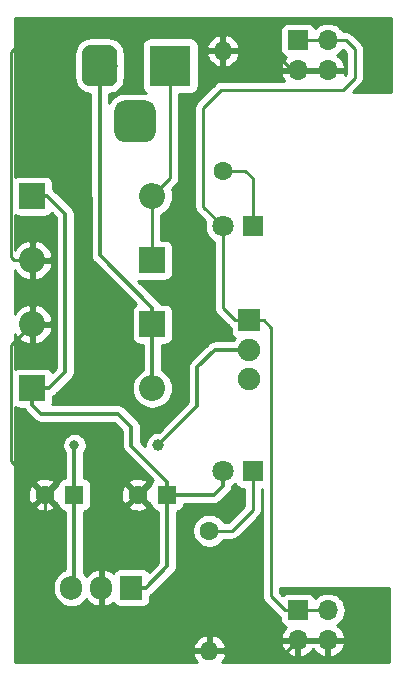
<source format=gbl>
G04 #@! TF.GenerationSoftware,KiCad,Pcbnew,(5.1.4)-1*
G04 #@! TF.CreationDate,2019-11-08T15:33:28+07:00*
G04 #@! TF.ProjectId,PowerForBreadboard,506f7765-7246-46f7-9242-72656164626f,rev?*
G04 #@! TF.SameCoordinates,Original*
G04 #@! TF.FileFunction,Copper,L2,Bot*
G04 #@! TF.FilePolarity,Positive*
%FSLAX46Y46*%
G04 Gerber Fmt 4.6, Leading zero omitted, Abs format (unit mm)*
G04 Created by KiCad (PCBNEW (5.1.4)-1) date 2019-11-08 15:33:28*
%MOMM*%
%LPD*%
G04 APERTURE LIST*
%ADD10R,1.600000X1.600000*%
%ADD11C,1.600000*%
%ADD12R,2.200000X2.200000*%
%ADD13O,2.200000X2.200000*%
%ADD14R,3.500000X3.500000*%
%ADD15C,0.100000*%
%ADD16C,3.000000*%
%ADD17C,3.500000*%
%ADD18O,1.700000X1.700000*%
%ADD19R,1.700000X1.700000*%
%ADD20R,1.905000X2.000000*%
%ADD21O,1.905000X2.000000*%
%ADD22R,1.900000X1.900000*%
%ADD23C,1.900000*%
%ADD24C,1.800000*%
%ADD25R,1.800000X1.800000*%
%ADD26O,1.600000X1.600000*%
%ADD27C,1.000000*%
%ADD28C,0.800000*%
%ADD29C,0.250000*%
%ADD30C,0.300000*%
%ADD31C,0.254000*%
G04 APERTURE END LIST*
D10*
X146939000Y-108331000D03*
D11*
X144439000Y-108331000D03*
X136565000Y-108331000D03*
D10*
X139065000Y-108331000D03*
D12*
X135509000Y-83058000D03*
D13*
X145669000Y-83058000D03*
X135509000Y-88476666D03*
D12*
X145669000Y-88476666D03*
D13*
X145669000Y-99314000D03*
D12*
X135509000Y-99314000D03*
X145669000Y-93895332D03*
D13*
X135509000Y-93895332D03*
D14*
X147193000Y-72009000D03*
D15*
G36*
X142016513Y-70262611D02*
G01*
X142089318Y-70273411D01*
X142160714Y-70291295D01*
X142230013Y-70316090D01*
X142296548Y-70347559D01*
X142359678Y-70385398D01*
X142418795Y-70429242D01*
X142473330Y-70478670D01*
X142522758Y-70533205D01*
X142566602Y-70592322D01*
X142604441Y-70655452D01*
X142635910Y-70721987D01*
X142660705Y-70791286D01*
X142678589Y-70862682D01*
X142689389Y-70935487D01*
X142693000Y-71009000D01*
X142693000Y-73009000D01*
X142689389Y-73082513D01*
X142678589Y-73155318D01*
X142660705Y-73226714D01*
X142635910Y-73296013D01*
X142604441Y-73362548D01*
X142566602Y-73425678D01*
X142522758Y-73484795D01*
X142473330Y-73539330D01*
X142418795Y-73588758D01*
X142359678Y-73632602D01*
X142296548Y-73670441D01*
X142230013Y-73701910D01*
X142160714Y-73726705D01*
X142089318Y-73744589D01*
X142016513Y-73755389D01*
X141943000Y-73759000D01*
X140443000Y-73759000D01*
X140369487Y-73755389D01*
X140296682Y-73744589D01*
X140225286Y-73726705D01*
X140155987Y-73701910D01*
X140089452Y-73670441D01*
X140026322Y-73632602D01*
X139967205Y-73588758D01*
X139912670Y-73539330D01*
X139863242Y-73484795D01*
X139819398Y-73425678D01*
X139781559Y-73362548D01*
X139750090Y-73296013D01*
X139725295Y-73226714D01*
X139707411Y-73155318D01*
X139696611Y-73082513D01*
X139693000Y-73009000D01*
X139693000Y-71009000D01*
X139696611Y-70935487D01*
X139707411Y-70862682D01*
X139725295Y-70791286D01*
X139750090Y-70721987D01*
X139781559Y-70655452D01*
X139819398Y-70592322D01*
X139863242Y-70533205D01*
X139912670Y-70478670D01*
X139967205Y-70429242D01*
X140026322Y-70385398D01*
X140089452Y-70347559D01*
X140155987Y-70316090D01*
X140225286Y-70291295D01*
X140296682Y-70273411D01*
X140369487Y-70262611D01*
X140443000Y-70259000D01*
X141943000Y-70259000D01*
X142016513Y-70262611D01*
X142016513Y-70262611D01*
G37*
D16*
X141193000Y-72009000D03*
D15*
G36*
X145153765Y-74963213D02*
G01*
X145238704Y-74975813D01*
X145321999Y-74996677D01*
X145402848Y-75025605D01*
X145480472Y-75062319D01*
X145554124Y-75106464D01*
X145623094Y-75157616D01*
X145686718Y-75215282D01*
X145744384Y-75278906D01*
X145795536Y-75347876D01*
X145839681Y-75421528D01*
X145876395Y-75499152D01*
X145905323Y-75580001D01*
X145926187Y-75663296D01*
X145938787Y-75748235D01*
X145943000Y-75834000D01*
X145943000Y-77584000D01*
X145938787Y-77669765D01*
X145926187Y-77754704D01*
X145905323Y-77837999D01*
X145876395Y-77918848D01*
X145839681Y-77996472D01*
X145795536Y-78070124D01*
X145744384Y-78139094D01*
X145686718Y-78202718D01*
X145623094Y-78260384D01*
X145554124Y-78311536D01*
X145480472Y-78355681D01*
X145402848Y-78392395D01*
X145321999Y-78421323D01*
X145238704Y-78442187D01*
X145153765Y-78454787D01*
X145068000Y-78459000D01*
X143318000Y-78459000D01*
X143232235Y-78454787D01*
X143147296Y-78442187D01*
X143064001Y-78421323D01*
X142983152Y-78392395D01*
X142905528Y-78355681D01*
X142831876Y-78311536D01*
X142762906Y-78260384D01*
X142699282Y-78202718D01*
X142641616Y-78139094D01*
X142590464Y-78070124D01*
X142546319Y-77996472D01*
X142509605Y-77918848D01*
X142480677Y-77837999D01*
X142459813Y-77754704D01*
X142447213Y-77669765D01*
X142443000Y-77584000D01*
X142443000Y-75834000D01*
X142447213Y-75748235D01*
X142459813Y-75663296D01*
X142480677Y-75580001D01*
X142509605Y-75499152D01*
X142546319Y-75421528D01*
X142590464Y-75347876D01*
X142641616Y-75278906D01*
X142699282Y-75215282D01*
X142762906Y-75157616D01*
X142831876Y-75106464D01*
X142905528Y-75062319D01*
X142983152Y-75025605D01*
X143064001Y-74996677D01*
X143147296Y-74975813D01*
X143232235Y-74963213D01*
X143318000Y-74959000D01*
X145068000Y-74959000D01*
X145153765Y-74963213D01*
X145153765Y-74963213D01*
G37*
D17*
X144193000Y-76709000D03*
D18*
X160528000Y-72390000D03*
X157988000Y-72390000D03*
X160528000Y-69850000D03*
D19*
X157988000Y-69850000D03*
X157988000Y-118110000D03*
D18*
X160528000Y-118110000D03*
X157988000Y-120650000D03*
X160528000Y-120650000D03*
D20*
X143891000Y-116205000D03*
D21*
X141351000Y-116205000D03*
X138811000Y-116205000D03*
D22*
X153878000Y-93568500D03*
D23*
X153878000Y-96068500D03*
X153878000Y-98568500D03*
D24*
X151638000Y-106299000D03*
D25*
X154178000Y-106299000D03*
X154178000Y-85598000D03*
D24*
X151638000Y-85598000D03*
D26*
X150495000Y-121539000D03*
D11*
X150495000Y-111379000D03*
X151638000Y-80899000D03*
D26*
X151638000Y-70739000D03*
D27*
X146177000Y-104140000D03*
D28*
X139065000Y-104140000D03*
D29*
X159325919Y-72390000D02*
X157988000Y-72390000D01*
X160528000Y-72390000D02*
X159325919Y-72390000D01*
X157734000Y-72644000D02*
X157988000Y-72390000D01*
X160528000Y-120650000D02*
X157988000Y-120650000D01*
X157988000Y-120650000D02*
X157099000Y-121539000D01*
X157099000Y-121539000D02*
X151257000Y-121539000D01*
X141351000Y-116205000D02*
X141351000Y-118745000D01*
X144145000Y-121539000D02*
X151257000Y-121539000D01*
X141351000Y-118745000D02*
X144145000Y-121539000D01*
X135509000Y-93895332D02*
X135509000Y-88476666D01*
X136565000Y-108331000D02*
X133700010Y-105466010D01*
X133700010Y-95704322D02*
X135509000Y-93895332D01*
X133700010Y-105466010D02*
X133700010Y-95704322D01*
X141351000Y-111419000D02*
X144439000Y-108331000D01*
X141351000Y-116205000D02*
X141351000Y-111419000D01*
X136565000Y-108331000D02*
X136565000Y-117769000D01*
X137541000Y-118745000D02*
X141351000Y-118745000D01*
X136565000Y-117769000D02*
X137541000Y-118745000D01*
X133953366Y-88476666D02*
X135509000Y-88476666D01*
X133731000Y-88254300D02*
X133953366Y-88476666D01*
X157480000Y-72390000D02*
X153670000Y-68580000D01*
X157988000Y-72390000D02*
X157480000Y-72390000D01*
X153670000Y-68580000D02*
X136017000Y-68580000D01*
X136017000Y-68580000D02*
X133700010Y-70896990D01*
X133700010Y-70896990D02*
X133731000Y-86868000D01*
X133731000Y-86868000D02*
X133731000Y-88254300D01*
X145669000Y-83058000D02*
X145669000Y-88476666D01*
X147193000Y-81534000D02*
X147193000Y-72009000D01*
X145669000Y-83058000D02*
X147193000Y-81534000D01*
D30*
X145669000Y-99314000D02*
X145669000Y-93895332D01*
X145669000Y-92495332D02*
X145669000Y-93895332D01*
X141224000Y-88050332D02*
X145669000Y-92495332D01*
X141224000Y-82931000D02*
X141224000Y-88050332D01*
X141193000Y-82900000D02*
X141193000Y-72009000D01*
X141224000Y-82931000D02*
X141193000Y-82900000D01*
X143764000Y-116078000D02*
X143891000Y-116205000D01*
X136779000Y-83058000D02*
X135509000Y-83058000D01*
X138303000Y-84582000D02*
X136779000Y-83058000D01*
X138303000Y-97920000D02*
X138303000Y-84582000D01*
X135509000Y-99314000D02*
X136909000Y-99314000D01*
X136909000Y-99314000D02*
X138303000Y-97920000D01*
X146939000Y-107231000D02*
X146939000Y-108331000D01*
X135509000Y-100714000D02*
X136268000Y-101473000D01*
X135509000Y-99314000D02*
X135509000Y-100714000D01*
X136268000Y-101473000D02*
X142748000Y-101473000D01*
X142748000Y-101473000D02*
X143891000Y-102616000D01*
X143891000Y-102616000D02*
X143891000Y-104183000D01*
X143891000Y-104183000D02*
X146939000Y-107231000D01*
X145143500Y-116205000D02*
X143891000Y-116205000D01*
X146939000Y-114409500D02*
X145143500Y-116205000D01*
X146939000Y-108331000D02*
X146939000Y-114409500D01*
X148039000Y-108331000D02*
X146939000Y-108331000D01*
X150878792Y-108331000D02*
X148039000Y-108331000D01*
X151638000Y-107571792D02*
X150878792Y-108331000D01*
X151638000Y-106299000D02*
X151638000Y-107571792D01*
X152329500Y-96068500D02*
X153878000Y-96068500D01*
X152329500Y-96068500D02*
X150946500Y-96068500D01*
X150946500Y-96068500D02*
X149479000Y-97536000D01*
X149479000Y-97536000D02*
X149479000Y-100838000D01*
X149479000Y-100838000D02*
X146177000Y-104140000D01*
X139065000Y-108331000D02*
X139065000Y-104140000D01*
X139065000Y-115951000D02*
X138811000Y-116205000D01*
X139065000Y-108331000D02*
X139065000Y-115951000D01*
D29*
X154178000Y-106299000D02*
X154178000Y-109601000D01*
X152400000Y-111379000D02*
X150495000Y-111379000D01*
X154178000Y-109601000D02*
X152400000Y-111379000D01*
X153543000Y-80899000D02*
X151638000Y-80899000D01*
X154178000Y-85598000D02*
X154178000Y-81534000D01*
X154178000Y-81534000D02*
X153543000Y-80899000D01*
X160528000Y-69850000D02*
X157988000Y-69850000D01*
X159325919Y-118110000D02*
X157988000Y-118110000D01*
X160528000Y-118110000D02*
X159325919Y-118110000D01*
X152678000Y-93568500D02*
X153878000Y-93568500D01*
X151638000Y-92528500D02*
X152678000Y-93568500D01*
X151638000Y-85598000D02*
X151638000Y-92528500D01*
X155078000Y-93568500D02*
X155702000Y-94192500D01*
X153878000Y-93568500D02*
X155078000Y-93568500D01*
X156888000Y-118110000D02*
X157988000Y-118110000D01*
X155702000Y-116924000D02*
X156888000Y-118110000D01*
X155702000Y-94192500D02*
X155702000Y-116924000D01*
X162052000Y-69850000D02*
X160528000Y-69850000D01*
X162814000Y-70612000D02*
X162052000Y-69850000D01*
X149987000Y-83947000D02*
X149987000Y-75565000D01*
X151638000Y-85598000D02*
X149987000Y-83947000D01*
X149987000Y-75565000D02*
X151511000Y-74041000D01*
X151511000Y-74041000D02*
X161798000Y-74041000D01*
X161798000Y-74041000D02*
X162814000Y-73025000D01*
X162814000Y-73025000D02*
X162814000Y-70612000D01*
D31*
G36*
X134054506Y-100944537D02*
G01*
X134164820Y-101003502D01*
X134284518Y-101039812D01*
X134409000Y-101052072D01*
X134799602Y-101052072D01*
X134853139Y-101152233D01*
X134868656Y-101171140D01*
X134926655Y-101241812D01*
X134926659Y-101241816D01*
X134951237Y-101271764D01*
X134981185Y-101296342D01*
X135685657Y-102000815D01*
X135710236Y-102030764D01*
X135740184Y-102055342D01*
X135740187Y-102055345D01*
X135743710Y-102058236D01*
X135829767Y-102128862D01*
X135921265Y-102177768D01*
X135966140Y-102201754D01*
X136114112Y-102246641D01*
X136128490Y-102248057D01*
X136229439Y-102258000D01*
X136229446Y-102258000D01*
X136267999Y-102261797D01*
X136306552Y-102258000D01*
X142422843Y-102258000D01*
X143106000Y-102941158D01*
X143106001Y-104144438D01*
X143102203Y-104183000D01*
X143117359Y-104336886D01*
X143162246Y-104484859D01*
X143162247Y-104484860D01*
X143235139Y-104621233D01*
X143275690Y-104670644D01*
X143308655Y-104710812D01*
X143308659Y-104710816D01*
X143333237Y-104740764D01*
X143363185Y-104765342D01*
X145683236Y-107085394D01*
X145608463Y-107176506D01*
X145549498Y-107286820D01*
X145513188Y-107406518D01*
X145500928Y-107531000D01*
X145500928Y-107538215D01*
X145431702Y-107517903D01*
X144618605Y-108331000D01*
X145431702Y-109144097D01*
X145500928Y-109123785D01*
X145500928Y-109131000D01*
X145513188Y-109255482D01*
X145549498Y-109375180D01*
X145608463Y-109485494D01*
X145687815Y-109582185D01*
X145784506Y-109661537D01*
X145894820Y-109720502D01*
X146014518Y-109756812D01*
X146139000Y-109769072D01*
X146154000Y-109769072D01*
X146154001Y-114084341D01*
X145378844Y-114859499D01*
X145374037Y-114850506D01*
X145294685Y-114753815D01*
X145197994Y-114674463D01*
X145087680Y-114615498D01*
X144967982Y-114579188D01*
X144843500Y-114566928D01*
X142938500Y-114566928D01*
X142814018Y-114579188D01*
X142694320Y-114615498D01*
X142584006Y-114674463D01*
X142487315Y-114753815D01*
X142407963Y-114850506D01*
X142358941Y-114942219D01*
X142217923Y-114829031D01*
X141942094Y-114685429D01*
X141723980Y-114614437D01*
X141478000Y-114734406D01*
X141478000Y-116078000D01*
X141498000Y-116078000D01*
X141498000Y-116332000D01*
X141478000Y-116332000D01*
X141478000Y-117675594D01*
X141723980Y-117795563D01*
X141942094Y-117724571D01*
X142217923Y-117580969D01*
X142358941Y-117467781D01*
X142407963Y-117559494D01*
X142487315Y-117656185D01*
X142584006Y-117735537D01*
X142694320Y-117794502D01*
X142814018Y-117830812D01*
X142938500Y-117843072D01*
X144843500Y-117843072D01*
X144967982Y-117830812D01*
X145087680Y-117794502D01*
X145197994Y-117735537D01*
X145294685Y-117656185D01*
X145374037Y-117559494D01*
X145433002Y-117449180D01*
X145469312Y-117329482D01*
X145481572Y-117205000D01*
X145481572Y-116914399D01*
X145581733Y-116860862D01*
X145701264Y-116762764D01*
X145725847Y-116732810D01*
X147466816Y-114991842D01*
X147496764Y-114967264D01*
X147535923Y-114919550D01*
X147545450Y-114907941D01*
X147594862Y-114847733D01*
X147667754Y-114711360D01*
X147712641Y-114563387D01*
X147724000Y-114448061D01*
X147724000Y-114448054D01*
X147727797Y-114409501D01*
X147724000Y-114370948D01*
X147724000Y-109769072D01*
X147739000Y-109769072D01*
X147863482Y-109756812D01*
X147983180Y-109720502D01*
X148093494Y-109661537D01*
X148190185Y-109582185D01*
X148269537Y-109485494D01*
X148328502Y-109375180D01*
X148364812Y-109255482D01*
X148377072Y-109131000D01*
X148377072Y-109116000D01*
X150840239Y-109116000D01*
X150878792Y-109119797D01*
X150917345Y-109116000D01*
X150917353Y-109116000D01*
X151032679Y-109104641D01*
X151180652Y-109059754D01*
X151317025Y-108986862D01*
X151436556Y-108888764D01*
X151461139Y-108858811D01*
X152165815Y-108154135D01*
X152195764Y-108129556D01*
X152293862Y-108010025D01*
X152366754Y-107873652D01*
X152411641Y-107725679D01*
X152421919Y-107621331D01*
X152616505Y-107491312D01*
X152682944Y-107424873D01*
X152688498Y-107443180D01*
X152747463Y-107553494D01*
X152826815Y-107650185D01*
X152923506Y-107729537D01*
X153033820Y-107788502D01*
X153153518Y-107824812D01*
X153278000Y-107837072D01*
X153418000Y-107837072D01*
X153418001Y-109286197D01*
X152085199Y-110619000D01*
X151713043Y-110619000D01*
X151609637Y-110464241D01*
X151409759Y-110264363D01*
X151174727Y-110107320D01*
X150913574Y-109999147D01*
X150636335Y-109944000D01*
X150353665Y-109944000D01*
X150076426Y-109999147D01*
X149815273Y-110107320D01*
X149580241Y-110264363D01*
X149380363Y-110464241D01*
X149223320Y-110699273D01*
X149115147Y-110960426D01*
X149060000Y-111237665D01*
X149060000Y-111520335D01*
X149115147Y-111797574D01*
X149223320Y-112058727D01*
X149380363Y-112293759D01*
X149580241Y-112493637D01*
X149815273Y-112650680D01*
X150076426Y-112758853D01*
X150353665Y-112814000D01*
X150636335Y-112814000D01*
X150913574Y-112758853D01*
X151174727Y-112650680D01*
X151409759Y-112493637D01*
X151609637Y-112293759D01*
X151713043Y-112139000D01*
X152362678Y-112139000D01*
X152400000Y-112142676D01*
X152437322Y-112139000D01*
X152437333Y-112139000D01*
X152548986Y-112128003D01*
X152692247Y-112084546D01*
X152824276Y-112013974D01*
X152940001Y-111919001D01*
X152963804Y-111889997D01*
X154689003Y-110164799D01*
X154718001Y-110141001D01*
X154812974Y-110025276D01*
X154883546Y-109893247D01*
X154927003Y-109749986D01*
X154938000Y-109638333D01*
X154938000Y-109638325D01*
X154941676Y-109601000D01*
X154938000Y-109563675D01*
X154938000Y-107837072D01*
X154942001Y-107837072D01*
X154942001Y-116886667D01*
X154938324Y-116924000D01*
X154942001Y-116961333D01*
X154945199Y-116993797D01*
X154952998Y-117072985D01*
X154996454Y-117216246D01*
X155067026Y-117348276D01*
X155113131Y-117404454D01*
X155162000Y-117464001D01*
X155190998Y-117487799D01*
X156324201Y-118621003D01*
X156347999Y-118650001D01*
X156463724Y-118744974D01*
X156499928Y-118764326D01*
X156499928Y-118960000D01*
X156512188Y-119084482D01*
X156548498Y-119204180D01*
X156607463Y-119314494D01*
X156686815Y-119411185D01*
X156783506Y-119490537D01*
X156893820Y-119549502D01*
X156974466Y-119573966D01*
X156890412Y-119649731D01*
X156716359Y-119883080D01*
X156591175Y-120145901D01*
X156546524Y-120293110D01*
X156667845Y-120523000D01*
X157861000Y-120523000D01*
X157861000Y-120503000D01*
X158115000Y-120503000D01*
X158115000Y-120523000D01*
X160401000Y-120523000D01*
X160401000Y-120503000D01*
X160655000Y-120503000D01*
X160655000Y-120523000D01*
X161848155Y-120523000D01*
X161969476Y-120293110D01*
X161924825Y-120145901D01*
X161799641Y-119883080D01*
X161625588Y-119649731D01*
X161409355Y-119454822D01*
X161292477Y-119385201D01*
X161357014Y-119350706D01*
X161583134Y-119165134D01*
X161768706Y-118939014D01*
X161906599Y-118681034D01*
X161991513Y-118401111D01*
X162020185Y-118110000D01*
X161991513Y-117818889D01*
X161906599Y-117538966D01*
X161768706Y-117280986D01*
X161583134Y-117054866D01*
X161357014Y-116869294D01*
X161099034Y-116731401D01*
X160819111Y-116646487D01*
X160600950Y-116625000D01*
X160455050Y-116625000D01*
X160236889Y-116646487D01*
X159956966Y-116731401D01*
X159698986Y-116869294D01*
X159472866Y-117054866D01*
X159448393Y-117084687D01*
X159427502Y-117015820D01*
X159368537Y-116905506D01*
X159289185Y-116808815D01*
X159192494Y-116729463D01*
X159082180Y-116670498D01*
X158962482Y-116634188D01*
X158838000Y-116621928D01*
X157138000Y-116621928D01*
X157013518Y-116634188D01*
X156893820Y-116670498D01*
X156783506Y-116729463D01*
X156686815Y-116808815D01*
X156675457Y-116822655D01*
X156462000Y-116609199D01*
X156462000Y-116230000D01*
X165710001Y-116230000D01*
X165710000Y-122530000D01*
X151524176Y-122530000D01*
X151647385Y-122394131D01*
X151792070Y-122152881D01*
X151886909Y-121888040D01*
X151765624Y-121666000D01*
X150622000Y-121666000D01*
X150622000Y-121686000D01*
X150368000Y-121686000D01*
X150368000Y-121666000D01*
X149224376Y-121666000D01*
X149103091Y-121888040D01*
X149197930Y-122152881D01*
X149342615Y-122394131D01*
X149465824Y-122530000D01*
X134010000Y-122530000D01*
X134010000Y-121189960D01*
X149103091Y-121189960D01*
X149224376Y-121412000D01*
X150368000Y-121412000D01*
X150368000Y-120269085D01*
X150622000Y-120269085D01*
X150622000Y-121412000D01*
X151765624Y-121412000D01*
X151886909Y-121189960D01*
X151821353Y-121006890D01*
X156546524Y-121006890D01*
X156591175Y-121154099D01*
X156716359Y-121416920D01*
X156890412Y-121650269D01*
X157106645Y-121845178D01*
X157356748Y-121994157D01*
X157631109Y-122091481D01*
X157861000Y-121970814D01*
X157861000Y-120777000D01*
X158115000Y-120777000D01*
X158115000Y-121970814D01*
X158344891Y-122091481D01*
X158619252Y-121994157D01*
X158869355Y-121845178D01*
X159085588Y-121650269D01*
X159258000Y-121419120D01*
X159430412Y-121650269D01*
X159646645Y-121845178D01*
X159896748Y-121994157D01*
X160171109Y-122091481D01*
X160401000Y-121970814D01*
X160401000Y-120777000D01*
X160655000Y-120777000D01*
X160655000Y-121970814D01*
X160884891Y-122091481D01*
X161159252Y-121994157D01*
X161409355Y-121845178D01*
X161625588Y-121650269D01*
X161799641Y-121416920D01*
X161924825Y-121154099D01*
X161969476Y-121006890D01*
X161848155Y-120777000D01*
X160655000Y-120777000D01*
X160401000Y-120777000D01*
X158115000Y-120777000D01*
X157861000Y-120777000D01*
X156667845Y-120777000D01*
X156546524Y-121006890D01*
X151821353Y-121006890D01*
X151792070Y-120925119D01*
X151647385Y-120683869D01*
X151458414Y-120475481D01*
X151232420Y-120307963D01*
X150978087Y-120187754D01*
X150844039Y-120147096D01*
X150622000Y-120269085D01*
X150368000Y-120269085D01*
X150145961Y-120147096D01*
X150011913Y-120187754D01*
X149757580Y-120307963D01*
X149531586Y-120475481D01*
X149342615Y-120683869D01*
X149197930Y-120925119D01*
X149103091Y-121189960D01*
X134010000Y-121189960D01*
X134010000Y-109323702D01*
X135751903Y-109323702D01*
X135823486Y-109567671D01*
X136078996Y-109688571D01*
X136353184Y-109757300D01*
X136635512Y-109771217D01*
X136915130Y-109729787D01*
X137181292Y-109634603D01*
X137306514Y-109567671D01*
X137378097Y-109323702D01*
X136565000Y-108510605D01*
X135751903Y-109323702D01*
X134010000Y-109323702D01*
X134010000Y-108401512D01*
X135124783Y-108401512D01*
X135166213Y-108681130D01*
X135261397Y-108947292D01*
X135328329Y-109072514D01*
X135572298Y-109144097D01*
X136385395Y-108331000D01*
X136744605Y-108331000D01*
X137557702Y-109144097D01*
X137626928Y-109123785D01*
X137626928Y-109131000D01*
X137639188Y-109255482D01*
X137675498Y-109375180D01*
X137734463Y-109485494D01*
X137813815Y-109582185D01*
X137910506Y-109661537D01*
X138020820Y-109720502D01*
X138140518Y-109756812D01*
X138265000Y-109769072D01*
X138280000Y-109769072D01*
X138280001Y-114659644D01*
X138200552Y-114683745D01*
X137924766Y-114831155D01*
X137683037Y-115029537D01*
X137484655Y-115271265D01*
X137337245Y-115547051D01*
X137246470Y-115846296D01*
X137223500Y-116079514D01*
X137223500Y-116330485D01*
X137246470Y-116563703D01*
X137337245Y-116862948D01*
X137484655Y-117138734D01*
X137683037Y-117380463D01*
X137924765Y-117578845D01*
X138200551Y-117726255D01*
X138499796Y-117817030D01*
X138811000Y-117847681D01*
X139122203Y-117817030D01*
X139421448Y-117726255D01*
X139697234Y-117578845D01*
X139938963Y-117380463D01*
X140086163Y-117201101D01*
X140241563Y-117386315D01*
X140484077Y-117580969D01*
X140759906Y-117724571D01*
X140978020Y-117795563D01*
X141224000Y-117675594D01*
X141224000Y-116332000D01*
X141204000Y-116332000D01*
X141204000Y-116078000D01*
X141224000Y-116078000D01*
X141224000Y-114734406D01*
X140978020Y-114614437D01*
X140759906Y-114685429D01*
X140484077Y-114829031D01*
X140241563Y-115023685D01*
X140086162Y-115208900D01*
X139938963Y-115029537D01*
X139850000Y-114956527D01*
X139850000Y-109769072D01*
X139865000Y-109769072D01*
X139989482Y-109756812D01*
X140109180Y-109720502D01*
X140219494Y-109661537D01*
X140316185Y-109582185D01*
X140395537Y-109485494D01*
X140454502Y-109375180D01*
X140470117Y-109323702D01*
X143625903Y-109323702D01*
X143697486Y-109567671D01*
X143952996Y-109688571D01*
X144227184Y-109757300D01*
X144509512Y-109771217D01*
X144789130Y-109729787D01*
X145055292Y-109634603D01*
X145180514Y-109567671D01*
X145252097Y-109323702D01*
X144439000Y-108510605D01*
X143625903Y-109323702D01*
X140470117Y-109323702D01*
X140490812Y-109255482D01*
X140503072Y-109131000D01*
X140503072Y-108401512D01*
X142998783Y-108401512D01*
X143040213Y-108681130D01*
X143135397Y-108947292D01*
X143202329Y-109072514D01*
X143446298Y-109144097D01*
X144259395Y-108331000D01*
X143446298Y-107517903D01*
X143202329Y-107589486D01*
X143081429Y-107844996D01*
X143012700Y-108119184D01*
X142998783Y-108401512D01*
X140503072Y-108401512D01*
X140503072Y-107531000D01*
X140490812Y-107406518D01*
X140470118Y-107338298D01*
X143625903Y-107338298D01*
X144439000Y-108151395D01*
X145252097Y-107338298D01*
X145180514Y-107094329D01*
X144925004Y-106973429D01*
X144650816Y-106904700D01*
X144368488Y-106890783D01*
X144088870Y-106932213D01*
X143822708Y-107027397D01*
X143697486Y-107094329D01*
X143625903Y-107338298D01*
X140470118Y-107338298D01*
X140454502Y-107286820D01*
X140395537Y-107176506D01*
X140316185Y-107079815D01*
X140219494Y-107000463D01*
X140109180Y-106941498D01*
X139989482Y-106905188D01*
X139865000Y-106892928D01*
X139850000Y-106892928D01*
X139850000Y-104818711D01*
X139868937Y-104799774D01*
X139982205Y-104630256D01*
X140060226Y-104441898D01*
X140100000Y-104241939D01*
X140100000Y-104038061D01*
X140060226Y-103838102D01*
X139982205Y-103649744D01*
X139868937Y-103480226D01*
X139724774Y-103336063D01*
X139555256Y-103222795D01*
X139366898Y-103144774D01*
X139166939Y-103105000D01*
X138963061Y-103105000D01*
X138763102Y-103144774D01*
X138574744Y-103222795D01*
X138405226Y-103336063D01*
X138261063Y-103480226D01*
X138147795Y-103649744D01*
X138069774Y-103838102D01*
X138030000Y-104038061D01*
X138030000Y-104241939D01*
X138069774Y-104441898D01*
X138147795Y-104630256D01*
X138261063Y-104799774D01*
X138280001Y-104818712D01*
X138280000Y-106892928D01*
X138265000Y-106892928D01*
X138140518Y-106905188D01*
X138020820Y-106941498D01*
X137910506Y-107000463D01*
X137813815Y-107079815D01*
X137734463Y-107176506D01*
X137675498Y-107286820D01*
X137639188Y-107406518D01*
X137626928Y-107531000D01*
X137626928Y-107538215D01*
X137557702Y-107517903D01*
X136744605Y-108331000D01*
X136385395Y-108331000D01*
X135572298Y-107517903D01*
X135328329Y-107589486D01*
X135207429Y-107844996D01*
X135138700Y-108119184D01*
X135124783Y-108401512D01*
X134010000Y-108401512D01*
X134010000Y-107338298D01*
X135751903Y-107338298D01*
X136565000Y-108151395D01*
X137378097Y-107338298D01*
X137306514Y-107094329D01*
X137051004Y-106973429D01*
X136776816Y-106904700D01*
X136494488Y-106890783D01*
X136214870Y-106932213D01*
X135948708Y-107027397D01*
X135823486Y-107094329D01*
X135751903Y-107338298D01*
X134010000Y-107338298D01*
X134010000Y-100908012D01*
X134054506Y-100944537D01*
X134054506Y-100944537D01*
G37*
X134054506Y-100944537D02*
X134164820Y-101003502D01*
X134284518Y-101039812D01*
X134409000Y-101052072D01*
X134799602Y-101052072D01*
X134853139Y-101152233D01*
X134868656Y-101171140D01*
X134926655Y-101241812D01*
X134926659Y-101241816D01*
X134951237Y-101271764D01*
X134981185Y-101296342D01*
X135685657Y-102000815D01*
X135710236Y-102030764D01*
X135740184Y-102055342D01*
X135740187Y-102055345D01*
X135743710Y-102058236D01*
X135829767Y-102128862D01*
X135921265Y-102177768D01*
X135966140Y-102201754D01*
X136114112Y-102246641D01*
X136128490Y-102248057D01*
X136229439Y-102258000D01*
X136229446Y-102258000D01*
X136267999Y-102261797D01*
X136306552Y-102258000D01*
X142422843Y-102258000D01*
X143106000Y-102941158D01*
X143106001Y-104144438D01*
X143102203Y-104183000D01*
X143117359Y-104336886D01*
X143162246Y-104484859D01*
X143162247Y-104484860D01*
X143235139Y-104621233D01*
X143275690Y-104670644D01*
X143308655Y-104710812D01*
X143308659Y-104710816D01*
X143333237Y-104740764D01*
X143363185Y-104765342D01*
X145683236Y-107085394D01*
X145608463Y-107176506D01*
X145549498Y-107286820D01*
X145513188Y-107406518D01*
X145500928Y-107531000D01*
X145500928Y-107538215D01*
X145431702Y-107517903D01*
X144618605Y-108331000D01*
X145431702Y-109144097D01*
X145500928Y-109123785D01*
X145500928Y-109131000D01*
X145513188Y-109255482D01*
X145549498Y-109375180D01*
X145608463Y-109485494D01*
X145687815Y-109582185D01*
X145784506Y-109661537D01*
X145894820Y-109720502D01*
X146014518Y-109756812D01*
X146139000Y-109769072D01*
X146154000Y-109769072D01*
X146154001Y-114084341D01*
X145378844Y-114859499D01*
X145374037Y-114850506D01*
X145294685Y-114753815D01*
X145197994Y-114674463D01*
X145087680Y-114615498D01*
X144967982Y-114579188D01*
X144843500Y-114566928D01*
X142938500Y-114566928D01*
X142814018Y-114579188D01*
X142694320Y-114615498D01*
X142584006Y-114674463D01*
X142487315Y-114753815D01*
X142407963Y-114850506D01*
X142358941Y-114942219D01*
X142217923Y-114829031D01*
X141942094Y-114685429D01*
X141723980Y-114614437D01*
X141478000Y-114734406D01*
X141478000Y-116078000D01*
X141498000Y-116078000D01*
X141498000Y-116332000D01*
X141478000Y-116332000D01*
X141478000Y-117675594D01*
X141723980Y-117795563D01*
X141942094Y-117724571D01*
X142217923Y-117580969D01*
X142358941Y-117467781D01*
X142407963Y-117559494D01*
X142487315Y-117656185D01*
X142584006Y-117735537D01*
X142694320Y-117794502D01*
X142814018Y-117830812D01*
X142938500Y-117843072D01*
X144843500Y-117843072D01*
X144967982Y-117830812D01*
X145087680Y-117794502D01*
X145197994Y-117735537D01*
X145294685Y-117656185D01*
X145374037Y-117559494D01*
X145433002Y-117449180D01*
X145469312Y-117329482D01*
X145481572Y-117205000D01*
X145481572Y-116914399D01*
X145581733Y-116860862D01*
X145701264Y-116762764D01*
X145725847Y-116732810D01*
X147466816Y-114991842D01*
X147496764Y-114967264D01*
X147535923Y-114919550D01*
X147545450Y-114907941D01*
X147594862Y-114847733D01*
X147667754Y-114711360D01*
X147712641Y-114563387D01*
X147724000Y-114448061D01*
X147724000Y-114448054D01*
X147727797Y-114409501D01*
X147724000Y-114370948D01*
X147724000Y-109769072D01*
X147739000Y-109769072D01*
X147863482Y-109756812D01*
X147983180Y-109720502D01*
X148093494Y-109661537D01*
X148190185Y-109582185D01*
X148269537Y-109485494D01*
X148328502Y-109375180D01*
X148364812Y-109255482D01*
X148377072Y-109131000D01*
X148377072Y-109116000D01*
X150840239Y-109116000D01*
X150878792Y-109119797D01*
X150917345Y-109116000D01*
X150917353Y-109116000D01*
X151032679Y-109104641D01*
X151180652Y-109059754D01*
X151317025Y-108986862D01*
X151436556Y-108888764D01*
X151461139Y-108858811D01*
X152165815Y-108154135D01*
X152195764Y-108129556D01*
X152293862Y-108010025D01*
X152366754Y-107873652D01*
X152411641Y-107725679D01*
X152421919Y-107621331D01*
X152616505Y-107491312D01*
X152682944Y-107424873D01*
X152688498Y-107443180D01*
X152747463Y-107553494D01*
X152826815Y-107650185D01*
X152923506Y-107729537D01*
X153033820Y-107788502D01*
X153153518Y-107824812D01*
X153278000Y-107837072D01*
X153418000Y-107837072D01*
X153418001Y-109286197D01*
X152085199Y-110619000D01*
X151713043Y-110619000D01*
X151609637Y-110464241D01*
X151409759Y-110264363D01*
X151174727Y-110107320D01*
X150913574Y-109999147D01*
X150636335Y-109944000D01*
X150353665Y-109944000D01*
X150076426Y-109999147D01*
X149815273Y-110107320D01*
X149580241Y-110264363D01*
X149380363Y-110464241D01*
X149223320Y-110699273D01*
X149115147Y-110960426D01*
X149060000Y-111237665D01*
X149060000Y-111520335D01*
X149115147Y-111797574D01*
X149223320Y-112058727D01*
X149380363Y-112293759D01*
X149580241Y-112493637D01*
X149815273Y-112650680D01*
X150076426Y-112758853D01*
X150353665Y-112814000D01*
X150636335Y-112814000D01*
X150913574Y-112758853D01*
X151174727Y-112650680D01*
X151409759Y-112493637D01*
X151609637Y-112293759D01*
X151713043Y-112139000D01*
X152362678Y-112139000D01*
X152400000Y-112142676D01*
X152437322Y-112139000D01*
X152437333Y-112139000D01*
X152548986Y-112128003D01*
X152692247Y-112084546D01*
X152824276Y-112013974D01*
X152940001Y-111919001D01*
X152963804Y-111889997D01*
X154689003Y-110164799D01*
X154718001Y-110141001D01*
X154812974Y-110025276D01*
X154883546Y-109893247D01*
X154927003Y-109749986D01*
X154938000Y-109638333D01*
X154938000Y-109638325D01*
X154941676Y-109601000D01*
X154938000Y-109563675D01*
X154938000Y-107837072D01*
X154942001Y-107837072D01*
X154942001Y-116886667D01*
X154938324Y-116924000D01*
X154942001Y-116961333D01*
X154945199Y-116993797D01*
X154952998Y-117072985D01*
X154996454Y-117216246D01*
X155067026Y-117348276D01*
X155113131Y-117404454D01*
X155162000Y-117464001D01*
X155190998Y-117487799D01*
X156324201Y-118621003D01*
X156347999Y-118650001D01*
X156463724Y-118744974D01*
X156499928Y-118764326D01*
X156499928Y-118960000D01*
X156512188Y-119084482D01*
X156548498Y-119204180D01*
X156607463Y-119314494D01*
X156686815Y-119411185D01*
X156783506Y-119490537D01*
X156893820Y-119549502D01*
X156974466Y-119573966D01*
X156890412Y-119649731D01*
X156716359Y-119883080D01*
X156591175Y-120145901D01*
X156546524Y-120293110D01*
X156667845Y-120523000D01*
X157861000Y-120523000D01*
X157861000Y-120503000D01*
X158115000Y-120503000D01*
X158115000Y-120523000D01*
X160401000Y-120523000D01*
X160401000Y-120503000D01*
X160655000Y-120503000D01*
X160655000Y-120523000D01*
X161848155Y-120523000D01*
X161969476Y-120293110D01*
X161924825Y-120145901D01*
X161799641Y-119883080D01*
X161625588Y-119649731D01*
X161409355Y-119454822D01*
X161292477Y-119385201D01*
X161357014Y-119350706D01*
X161583134Y-119165134D01*
X161768706Y-118939014D01*
X161906599Y-118681034D01*
X161991513Y-118401111D01*
X162020185Y-118110000D01*
X161991513Y-117818889D01*
X161906599Y-117538966D01*
X161768706Y-117280986D01*
X161583134Y-117054866D01*
X161357014Y-116869294D01*
X161099034Y-116731401D01*
X160819111Y-116646487D01*
X160600950Y-116625000D01*
X160455050Y-116625000D01*
X160236889Y-116646487D01*
X159956966Y-116731401D01*
X159698986Y-116869294D01*
X159472866Y-117054866D01*
X159448393Y-117084687D01*
X159427502Y-117015820D01*
X159368537Y-116905506D01*
X159289185Y-116808815D01*
X159192494Y-116729463D01*
X159082180Y-116670498D01*
X158962482Y-116634188D01*
X158838000Y-116621928D01*
X157138000Y-116621928D01*
X157013518Y-116634188D01*
X156893820Y-116670498D01*
X156783506Y-116729463D01*
X156686815Y-116808815D01*
X156675457Y-116822655D01*
X156462000Y-116609199D01*
X156462000Y-116230000D01*
X165710001Y-116230000D01*
X165710000Y-122530000D01*
X151524176Y-122530000D01*
X151647385Y-122394131D01*
X151792070Y-122152881D01*
X151886909Y-121888040D01*
X151765624Y-121666000D01*
X150622000Y-121666000D01*
X150622000Y-121686000D01*
X150368000Y-121686000D01*
X150368000Y-121666000D01*
X149224376Y-121666000D01*
X149103091Y-121888040D01*
X149197930Y-122152881D01*
X149342615Y-122394131D01*
X149465824Y-122530000D01*
X134010000Y-122530000D01*
X134010000Y-121189960D01*
X149103091Y-121189960D01*
X149224376Y-121412000D01*
X150368000Y-121412000D01*
X150368000Y-120269085D01*
X150622000Y-120269085D01*
X150622000Y-121412000D01*
X151765624Y-121412000D01*
X151886909Y-121189960D01*
X151821353Y-121006890D01*
X156546524Y-121006890D01*
X156591175Y-121154099D01*
X156716359Y-121416920D01*
X156890412Y-121650269D01*
X157106645Y-121845178D01*
X157356748Y-121994157D01*
X157631109Y-122091481D01*
X157861000Y-121970814D01*
X157861000Y-120777000D01*
X158115000Y-120777000D01*
X158115000Y-121970814D01*
X158344891Y-122091481D01*
X158619252Y-121994157D01*
X158869355Y-121845178D01*
X159085588Y-121650269D01*
X159258000Y-121419120D01*
X159430412Y-121650269D01*
X159646645Y-121845178D01*
X159896748Y-121994157D01*
X160171109Y-122091481D01*
X160401000Y-121970814D01*
X160401000Y-120777000D01*
X160655000Y-120777000D01*
X160655000Y-121970814D01*
X160884891Y-122091481D01*
X161159252Y-121994157D01*
X161409355Y-121845178D01*
X161625588Y-121650269D01*
X161799641Y-121416920D01*
X161924825Y-121154099D01*
X161969476Y-121006890D01*
X161848155Y-120777000D01*
X160655000Y-120777000D01*
X160401000Y-120777000D01*
X158115000Y-120777000D01*
X157861000Y-120777000D01*
X156667845Y-120777000D01*
X156546524Y-121006890D01*
X151821353Y-121006890D01*
X151792070Y-120925119D01*
X151647385Y-120683869D01*
X151458414Y-120475481D01*
X151232420Y-120307963D01*
X150978087Y-120187754D01*
X150844039Y-120147096D01*
X150622000Y-120269085D01*
X150368000Y-120269085D01*
X150145961Y-120147096D01*
X150011913Y-120187754D01*
X149757580Y-120307963D01*
X149531586Y-120475481D01*
X149342615Y-120683869D01*
X149197930Y-120925119D01*
X149103091Y-121189960D01*
X134010000Y-121189960D01*
X134010000Y-109323702D01*
X135751903Y-109323702D01*
X135823486Y-109567671D01*
X136078996Y-109688571D01*
X136353184Y-109757300D01*
X136635512Y-109771217D01*
X136915130Y-109729787D01*
X137181292Y-109634603D01*
X137306514Y-109567671D01*
X137378097Y-109323702D01*
X136565000Y-108510605D01*
X135751903Y-109323702D01*
X134010000Y-109323702D01*
X134010000Y-108401512D01*
X135124783Y-108401512D01*
X135166213Y-108681130D01*
X135261397Y-108947292D01*
X135328329Y-109072514D01*
X135572298Y-109144097D01*
X136385395Y-108331000D01*
X136744605Y-108331000D01*
X137557702Y-109144097D01*
X137626928Y-109123785D01*
X137626928Y-109131000D01*
X137639188Y-109255482D01*
X137675498Y-109375180D01*
X137734463Y-109485494D01*
X137813815Y-109582185D01*
X137910506Y-109661537D01*
X138020820Y-109720502D01*
X138140518Y-109756812D01*
X138265000Y-109769072D01*
X138280000Y-109769072D01*
X138280001Y-114659644D01*
X138200552Y-114683745D01*
X137924766Y-114831155D01*
X137683037Y-115029537D01*
X137484655Y-115271265D01*
X137337245Y-115547051D01*
X137246470Y-115846296D01*
X137223500Y-116079514D01*
X137223500Y-116330485D01*
X137246470Y-116563703D01*
X137337245Y-116862948D01*
X137484655Y-117138734D01*
X137683037Y-117380463D01*
X137924765Y-117578845D01*
X138200551Y-117726255D01*
X138499796Y-117817030D01*
X138811000Y-117847681D01*
X139122203Y-117817030D01*
X139421448Y-117726255D01*
X139697234Y-117578845D01*
X139938963Y-117380463D01*
X140086163Y-117201101D01*
X140241563Y-117386315D01*
X140484077Y-117580969D01*
X140759906Y-117724571D01*
X140978020Y-117795563D01*
X141224000Y-117675594D01*
X141224000Y-116332000D01*
X141204000Y-116332000D01*
X141204000Y-116078000D01*
X141224000Y-116078000D01*
X141224000Y-114734406D01*
X140978020Y-114614437D01*
X140759906Y-114685429D01*
X140484077Y-114829031D01*
X140241563Y-115023685D01*
X140086162Y-115208900D01*
X139938963Y-115029537D01*
X139850000Y-114956527D01*
X139850000Y-109769072D01*
X139865000Y-109769072D01*
X139989482Y-109756812D01*
X140109180Y-109720502D01*
X140219494Y-109661537D01*
X140316185Y-109582185D01*
X140395537Y-109485494D01*
X140454502Y-109375180D01*
X140470117Y-109323702D01*
X143625903Y-109323702D01*
X143697486Y-109567671D01*
X143952996Y-109688571D01*
X144227184Y-109757300D01*
X144509512Y-109771217D01*
X144789130Y-109729787D01*
X145055292Y-109634603D01*
X145180514Y-109567671D01*
X145252097Y-109323702D01*
X144439000Y-108510605D01*
X143625903Y-109323702D01*
X140470117Y-109323702D01*
X140490812Y-109255482D01*
X140503072Y-109131000D01*
X140503072Y-108401512D01*
X142998783Y-108401512D01*
X143040213Y-108681130D01*
X143135397Y-108947292D01*
X143202329Y-109072514D01*
X143446298Y-109144097D01*
X144259395Y-108331000D01*
X143446298Y-107517903D01*
X143202329Y-107589486D01*
X143081429Y-107844996D01*
X143012700Y-108119184D01*
X142998783Y-108401512D01*
X140503072Y-108401512D01*
X140503072Y-107531000D01*
X140490812Y-107406518D01*
X140470118Y-107338298D01*
X143625903Y-107338298D01*
X144439000Y-108151395D01*
X145252097Y-107338298D01*
X145180514Y-107094329D01*
X144925004Y-106973429D01*
X144650816Y-106904700D01*
X144368488Y-106890783D01*
X144088870Y-106932213D01*
X143822708Y-107027397D01*
X143697486Y-107094329D01*
X143625903Y-107338298D01*
X140470118Y-107338298D01*
X140454502Y-107286820D01*
X140395537Y-107176506D01*
X140316185Y-107079815D01*
X140219494Y-107000463D01*
X140109180Y-106941498D01*
X139989482Y-106905188D01*
X139865000Y-106892928D01*
X139850000Y-106892928D01*
X139850000Y-104818711D01*
X139868937Y-104799774D01*
X139982205Y-104630256D01*
X140060226Y-104441898D01*
X140100000Y-104241939D01*
X140100000Y-104038061D01*
X140060226Y-103838102D01*
X139982205Y-103649744D01*
X139868937Y-103480226D01*
X139724774Y-103336063D01*
X139555256Y-103222795D01*
X139366898Y-103144774D01*
X139166939Y-103105000D01*
X138963061Y-103105000D01*
X138763102Y-103144774D01*
X138574744Y-103222795D01*
X138405226Y-103336063D01*
X138261063Y-103480226D01*
X138147795Y-103649744D01*
X138069774Y-103838102D01*
X138030000Y-104038061D01*
X138030000Y-104241939D01*
X138069774Y-104441898D01*
X138147795Y-104630256D01*
X138261063Y-104799774D01*
X138280001Y-104818712D01*
X138280000Y-106892928D01*
X138265000Y-106892928D01*
X138140518Y-106905188D01*
X138020820Y-106941498D01*
X137910506Y-107000463D01*
X137813815Y-107079815D01*
X137734463Y-107176506D01*
X137675498Y-107286820D01*
X137639188Y-107406518D01*
X137626928Y-107531000D01*
X137626928Y-107538215D01*
X137557702Y-107517903D01*
X136744605Y-108331000D01*
X136385395Y-108331000D01*
X135572298Y-107517903D01*
X135328329Y-107589486D01*
X135207429Y-107844996D01*
X135138700Y-108119184D01*
X135124783Y-108401512D01*
X134010000Y-108401512D01*
X134010000Y-107338298D01*
X135751903Y-107338298D01*
X136565000Y-108151395D01*
X137378097Y-107338298D01*
X137306514Y-107094329D01*
X137051004Y-106973429D01*
X136776816Y-106904700D01*
X136494488Y-106890783D01*
X136214870Y-106932213D01*
X135948708Y-107027397D01*
X135823486Y-107094329D01*
X135751903Y-107338298D01*
X134010000Y-107338298D01*
X134010000Y-100908012D01*
X134054506Y-100944537D01*
G36*
X165837000Y-74270000D02*
G01*
X162643801Y-74270000D01*
X163325004Y-73588798D01*
X163354001Y-73565001D01*
X163382727Y-73529998D01*
X163448974Y-73449277D01*
X163519546Y-73317247D01*
X163530541Y-73281000D01*
X163563003Y-73173986D01*
X163574000Y-73062333D01*
X163574000Y-73062323D01*
X163577676Y-73025000D01*
X163574000Y-72987678D01*
X163574000Y-70649325D01*
X163577676Y-70612000D01*
X163574000Y-70574675D01*
X163574000Y-70574667D01*
X163563003Y-70463014D01*
X163519546Y-70319753D01*
X163448974Y-70187724D01*
X163354001Y-70071999D01*
X163325002Y-70048201D01*
X162615803Y-69339002D01*
X162592001Y-69309999D01*
X162476276Y-69215026D01*
X162344247Y-69144454D01*
X162200986Y-69100997D01*
X162089333Y-69090000D01*
X162089322Y-69090000D01*
X162052000Y-69086324D01*
X162014678Y-69090000D01*
X161805595Y-69090000D01*
X161768706Y-69020986D01*
X161583134Y-68794866D01*
X161357014Y-68609294D01*
X161099034Y-68471401D01*
X160819111Y-68386487D01*
X160600950Y-68365000D01*
X160455050Y-68365000D01*
X160236889Y-68386487D01*
X159956966Y-68471401D01*
X159698986Y-68609294D01*
X159472866Y-68794866D01*
X159448393Y-68824687D01*
X159427502Y-68755820D01*
X159368537Y-68645506D01*
X159289185Y-68548815D01*
X159192494Y-68469463D01*
X159082180Y-68410498D01*
X158962482Y-68374188D01*
X158838000Y-68361928D01*
X157138000Y-68361928D01*
X157013518Y-68374188D01*
X156893820Y-68410498D01*
X156783506Y-68469463D01*
X156686815Y-68548815D01*
X156607463Y-68645506D01*
X156548498Y-68755820D01*
X156512188Y-68875518D01*
X156499928Y-69000000D01*
X156499928Y-70700000D01*
X156512188Y-70824482D01*
X156548498Y-70944180D01*
X156607463Y-71054494D01*
X156686815Y-71151185D01*
X156783506Y-71230537D01*
X156893820Y-71289502D01*
X156974466Y-71313966D01*
X156890412Y-71389731D01*
X156716359Y-71623080D01*
X156591175Y-71885901D01*
X156546524Y-72033110D01*
X156667845Y-72263000D01*
X157861000Y-72263000D01*
X157861000Y-72243000D01*
X158115000Y-72243000D01*
X158115000Y-72263000D01*
X160401000Y-72263000D01*
X160401000Y-72243000D01*
X160655000Y-72243000D01*
X160655000Y-72263000D01*
X161848155Y-72263000D01*
X161969476Y-72033110D01*
X161924825Y-71885901D01*
X161799641Y-71623080D01*
X161625588Y-71389731D01*
X161409355Y-71194822D01*
X161292477Y-71125201D01*
X161357014Y-71090706D01*
X161583134Y-70905134D01*
X161768706Y-70679014D01*
X161781771Y-70654572D01*
X162054001Y-70926803D01*
X162054000Y-72710198D01*
X161948651Y-72815547D01*
X161969476Y-72746890D01*
X161848155Y-72517000D01*
X160655000Y-72517000D01*
X160655000Y-72537000D01*
X160401000Y-72537000D01*
X160401000Y-72517000D01*
X158115000Y-72517000D01*
X158115000Y-72537000D01*
X157861000Y-72537000D01*
X157861000Y-72517000D01*
X156667845Y-72517000D01*
X156546524Y-72746890D01*
X156591175Y-72894099D01*
X156716359Y-73156920D01*
X156808909Y-73281000D01*
X151548322Y-73281000D01*
X151510999Y-73277324D01*
X151473676Y-73281000D01*
X151473667Y-73281000D01*
X151362014Y-73291997D01*
X151218753Y-73335454D01*
X151086724Y-73406026D01*
X151086722Y-73406027D01*
X151086723Y-73406027D01*
X150999996Y-73477201D01*
X150999992Y-73477205D01*
X150970999Y-73500999D01*
X150947205Y-73529992D01*
X149475998Y-75001201D01*
X149447000Y-75024999D01*
X149423202Y-75053997D01*
X149423201Y-75053998D01*
X149352026Y-75140724D01*
X149281454Y-75272754D01*
X149273660Y-75298449D01*
X149237998Y-75416014D01*
X149227001Y-75527667D01*
X149223324Y-75565000D01*
X149227001Y-75602332D01*
X149227000Y-83909678D01*
X149223324Y-83947000D01*
X149227000Y-83984322D01*
X149227000Y-83984332D01*
X149237997Y-84095985D01*
X149280985Y-84237701D01*
X149281454Y-84239246D01*
X149352026Y-84371276D01*
X149377389Y-84402180D01*
X149446999Y-84487001D01*
X149476003Y-84510804D01*
X150154269Y-85189070D01*
X150103000Y-85446816D01*
X150103000Y-85749184D01*
X150161989Y-86045743D01*
X150277701Y-86325095D01*
X150445688Y-86576505D01*
X150659495Y-86790312D01*
X150878000Y-86936313D01*
X150878001Y-92491168D01*
X150874324Y-92528500D01*
X150888998Y-92677485D01*
X150932454Y-92820746D01*
X151003026Y-92952776D01*
X151065171Y-93028499D01*
X151098000Y-93068501D01*
X151126998Y-93092299D01*
X152114200Y-94079502D01*
X152137999Y-94108501D01*
X152166997Y-94132299D01*
X152253723Y-94203474D01*
X152289928Y-94222826D01*
X152289928Y-94518500D01*
X152302188Y-94642982D01*
X152338498Y-94762680D01*
X152397463Y-94872994D01*
X152476815Y-94969685D01*
X152573506Y-95049037D01*
X152632021Y-95080314D01*
X152496257Y-95283500D01*
X150985052Y-95283500D01*
X150946499Y-95279703D01*
X150907946Y-95283500D01*
X150907939Y-95283500D01*
X150806990Y-95293443D01*
X150792612Y-95294859D01*
X150761358Y-95304340D01*
X150644640Y-95339746D01*
X150508267Y-95412638D01*
X150466986Y-95446517D01*
X150418687Y-95486155D01*
X150418684Y-95486158D01*
X150388736Y-95510736D01*
X150364158Y-95540684D01*
X148951190Y-96953653D01*
X148921236Y-96978236D01*
X148823138Y-97097768D01*
X148750246Y-97234141D01*
X148705359Y-97382114D01*
X148694000Y-97497440D01*
X148694000Y-97497447D01*
X148690203Y-97536000D01*
X148694000Y-97574553D01*
X148694001Y-100512841D01*
X146201843Y-103005000D01*
X146065212Y-103005000D01*
X145845933Y-103048617D01*
X145639376Y-103134176D01*
X145453480Y-103258388D01*
X145295388Y-103416480D01*
X145171176Y-103602376D01*
X145085617Y-103808933D01*
X145042000Y-104028212D01*
X145042000Y-104223843D01*
X144676000Y-103857843D01*
X144676000Y-102654552D01*
X144679797Y-102615999D01*
X144676000Y-102577446D01*
X144676000Y-102577439D01*
X144664641Y-102462113D01*
X144619754Y-102314140D01*
X144546862Y-102177767D01*
X144448764Y-102058236D01*
X144418817Y-102033659D01*
X143330347Y-100945190D01*
X143305764Y-100915236D01*
X143186233Y-100817138D01*
X143049860Y-100744246D01*
X142901887Y-100699359D01*
X142786561Y-100688000D01*
X142786553Y-100688000D01*
X142748000Y-100684203D01*
X142709447Y-100688000D01*
X137182563Y-100688000D01*
X137198502Y-100658180D01*
X137234812Y-100538482D01*
X137247072Y-100414000D01*
X137247072Y-100023399D01*
X137347233Y-99969862D01*
X137466764Y-99871764D01*
X137491347Y-99841810D01*
X138830811Y-98502346D01*
X138860764Y-98477764D01*
X138958862Y-98358233D01*
X139031754Y-98221860D01*
X139040854Y-98191861D01*
X139076642Y-98073887D01*
X139086891Y-97969820D01*
X139088000Y-97958561D01*
X139088000Y-97958556D01*
X139091797Y-97920000D01*
X139088000Y-97881444D01*
X139088000Y-84620552D01*
X139091797Y-84581999D01*
X139088000Y-84543446D01*
X139088000Y-84543439D01*
X139076641Y-84428113D01*
X139069839Y-84405688D01*
X139059399Y-84371275D01*
X139031754Y-84280140D01*
X138958862Y-84143767D01*
X138900118Y-84072188D01*
X138885345Y-84054187D01*
X138885342Y-84054184D01*
X138860764Y-84024236D01*
X138830816Y-83999658D01*
X137361347Y-82530190D01*
X137336764Y-82500236D01*
X137247072Y-82426627D01*
X137247072Y-81958000D01*
X137234812Y-81833518D01*
X137198502Y-81713820D01*
X137139537Y-81603506D01*
X137060185Y-81506815D01*
X136963494Y-81427463D01*
X136853180Y-81368498D01*
X136733482Y-81332188D01*
X136609000Y-81319928D01*
X134409000Y-81319928D01*
X134284518Y-81332188D01*
X134164820Y-81368498D01*
X134054506Y-81427463D01*
X134010000Y-81463988D01*
X134010000Y-71009000D01*
X139054928Y-71009000D01*
X139054928Y-73009000D01*
X139081599Y-73279799D01*
X139160589Y-73540192D01*
X139288860Y-73780171D01*
X139461485Y-73990515D01*
X139671829Y-74163140D01*
X139911808Y-74291411D01*
X140172201Y-74370401D01*
X140408001Y-74393625D01*
X140408000Y-82861447D01*
X140404203Y-82900000D01*
X140408000Y-82938553D01*
X140408000Y-82938560D01*
X140419359Y-83053886D01*
X140439000Y-83118634D01*
X140439001Y-88011769D01*
X140435203Y-88050332D01*
X140450359Y-88204218D01*
X140495246Y-88352191D01*
X140495247Y-88352192D01*
X140568139Y-88488565D01*
X140608690Y-88537976D01*
X140641655Y-88578144D01*
X140641659Y-88578148D01*
X140666237Y-88608096D01*
X140696185Y-88632674D01*
X144288665Y-92225155D01*
X144214506Y-92264795D01*
X144117815Y-92344147D01*
X144038463Y-92440838D01*
X143979498Y-92551152D01*
X143943188Y-92670850D01*
X143930928Y-92795332D01*
X143930928Y-94995332D01*
X143943188Y-95119814D01*
X143979498Y-95239512D01*
X144038463Y-95349826D01*
X144117815Y-95446517D01*
X144214506Y-95525869D01*
X144324820Y-95584834D01*
X144444518Y-95621144D01*
X144569000Y-95633404D01*
X144884001Y-95633404D01*
X144884000Y-97766296D01*
X144700422Y-97864421D01*
X144436234Y-98081234D01*
X144219421Y-98345422D01*
X144058314Y-98646832D01*
X143959105Y-98973881D01*
X143925606Y-99314000D01*
X143959105Y-99654119D01*
X144058314Y-99981168D01*
X144219421Y-100282578D01*
X144436234Y-100546766D01*
X144700422Y-100763579D01*
X145001832Y-100924686D01*
X145328881Y-101023895D01*
X145583775Y-101049000D01*
X145754225Y-101049000D01*
X146009119Y-101023895D01*
X146336168Y-100924686D01*
X146637578Y-100763579D01*
X146901766Y-100546766D01*
X147118579Y-100282578D01*
X147279686Y-99981168D01*
X147378895Y-99654119D01*
X147412394Y-99314000D01*
X147378895Y-98973881D01*
X147279686Y-98646832D01*
X147118579Y-98345422D01*
X146901766Y-98081234D01*
X146637578Y-97864421D01*
X146454000Y-97766297D01*
X146454000Y-95633404D01*
X146769000Y-95633404D01*
X146893482Y-95621144D01*
X147013180Y-95584834D01*
X147123494Y-95525869D01*
X147220185Y-95446517D01*
X147299537Y-95349826D01*
X147358502Y-95239512D01*
X147394812Y-95119814D01*
X147407072Y-94995332D01*
X147407072Y-92795332D01*
X147394812Y-92670850D01*
X147358502Y-92551152D01*
X147299537Y-92440838D01*
X147220185Y-92344147D01*
X147123494Y-92264795D01*
X147013180Y-92205830D01*
X146893482Y-92169520D01*
X146769000Y-92157260D01*
X146378399Y-92157260D01*
X146324862Y-92057099D01*
X146275450Y-91996891D01*
X146251345Y-91967519D01*
X146251342Y-91967516D01*
X146226764Y-91937568D01*
X146196817Y-91912991D01*
X144490869Y-90207043D01*
X144569000Y-90214738D01*
X146769000Y-90214738D01*
X146893482Y-90202478D01*
X147013180Y-90166168D01*
X147123494Y-90107203D01*
X147220185Y-90027851D01*
X147299537Y-89931160D01*
X147358502Y-89820846D01*
X147394812Y-89701148D01*
X147407072Y-89576666D01*
X147407072Y-87376666D01*
X147394812Y-87252184D01*
X147358502Y-87132486D01*
X147299537Y-87022172D01*
X147220185Y-86925481D01*
X147123494Y-86846129D01*
X147013180Y-86787164D01*
X146893482Y-86750854D01*
X146769000Y-86738594D01*
X146429000Y-86738594D01*
X146429000Y-84619066D01*
X146637578Y-84507579D01*
X146901766Y-84290766D01*
X147118579Y-84026578D01*
X147279686Y-83725168D01*
X147378895Y-83398119D01*
X147412394Y-83058000D01*
X147378895Y-82717881D01*
X147310242Y-82491561D01*
X147704009Y-82097794D01*
X147733001Y-82074001D01*
X147756795Y-82045008D01*
X147756799Y-82045004D01*
X147827973Y-81958277D01*
X147827974Y-81958276D01*
X147898546Y-81826247D01*
X147942003Y-81682986D01*
X147953000Y-81571333D01*
X147953000Y-81571324D01*
X147956676Y-81534001D01*
X147953000Y-81496678D01*
X147953000Y-74397072D01*
X148943000Y-74397072D01*
X149067482Y-74384812D01*
X149187180Y-74348502D01*
X149297494Y-74289537D01*
X149394185Y-74210185D01*
X149473537Y-74113494D01*
X149532502Y-74003180D01*
X149568812Y-73883482D01*
X149581072Y-73759000D01*
X149581072Y-71088040D01*
X150246091Y-71088040D01*
X150340930Y-71352881D01*
X150485615Y-71594131D01*
X150674586Y-71802519D01*
X150900580Y-71970037D01*
X151154913Y-72090246D01*
X151288961Y-72130904D01*
X151511000Y-72008915D01*
X151511000Y-70866000D01*
X151765000Y-70866000D01*
X151765000Y-72008915D01*
X151987039Y-72130904D01*
X152121087Y-72090246D01*
X152375420Y-71970037D01*
X152601414Y-71802519D01*
X152790385Y-71594131D01*
X152935070Y-71352881D01*
X153029909Y-71088040D01*
X152908624Y-70866000D01*
X151765000Y-70866000D01*
X151511000Y-70866000D01*
X150367376Y-70866000D01*
X150246091Y-71088040D01*
X149581072Y-71088040D01*
X149581072Y-70389960D01*
X150246091Y-70389960D01*
X150367376Y-70612000D01*
X151511000Y-70612000D01*
X151511000Y-69469085D01*
X151765000Y-69469085D01*
X151765000Y-70612000D01*
X152908624Y-70612000D01*
X153029909Y-70389960D01*
X152935070Y-70125119D01*
X152790385Y-69883869D01*
X152601414Y-69675481D01*
X152375420Y-69507963D01*
X152121087Y-69387754D01*
X151987039Y-69347096D01*
X151765000Y-69469085D01*
X151511000Y-69469085D01*
X151288961Y-69347096D01*
X151154913Y-69387754D01*
X150900580Y-69507963D01*
X150674586Y-69675481D01*
X150485615Y-69883869D01*
X150340930Y-70125119D01*
X150246091Y-70389960D01*
X149581072Y-70389960D01*
X149581072Y-70259000D01*
X149568812Y-70134518D01*
X149532502Y-70014820D01*
X149473537Y-69904506D01*
X149394185Y-69807815D01*
X149297494Y-69728463D01*
X149187180Y-69669498D01*
X149067482Y-69633188D01*
X148943000Y-69620928D01*
X145443000Y-69620928D01*
X145318518Y-69633188D01*
X145198820Y-69669498D01*
X145088506Y-69728463D01*
X144991815Y-69807815D01*
X144912463Y-69904506D01*
X144853498Y-70014820D01*
X144817188Y-70134518D01*
X144804928Y-70259000D01*
X144804928Y-73759000D01*
X144817188Y-73883482D01*
X144853498Y-74003180D01*
X144912463Y-74113494D01*
X144991815Y-74210185D01*
X145088506Y-74289537D01*
X145165131Y-74330494D01*
X145068000Y-74320928D01*
X143318000Y-74320928D01*
X143022814Y-74350001D01*
X142738972Y-74436104D01*
X142477382Y-74575927D01*
X142248097Y-74764097D01*
X142059927Y-74993382D01*
X141978000Y-75146656D01*
X141978000Y-74393625D01*
X142213799Y-74370401D01*
X142474192Y-74291411D01*
X142714171Y-74163140D01*
X142924515Y-73990515D01*
X143097140Y-73780171D01*
X143225411Y-73540192D01*
X143304401Y-73279799D01*
X143331072Y-73009000D01*
X143331072Y-71009000D01*
X143304401Y-70738201D01*
X143225411Y-70477808D01*
X143097140Y-70237829D01*
X142924515Y-70027485D01*
X142714171Y-69854860D01*
X142474192Y-69726589D01*
X142213799Y-69647599D01*
X141943000Y-69620928D01*
X140443000Y-69620928D01*
X140172201Y-69647599D01*
X139911808Y-69726589D01*
X139671829Y-69854860D01*
X139461485Y-70027485D01*
X139288860Y-70237829D01*
X139160589Y-70477808D01*
X139081599Y-70738201D01*
X139054928Y-71009000D01*
X134010000Y-71009000D01*
X134010000Y-67970000D01*
X165837001Y-67970000D01*
X165837000Y-74270000D01*
X165837000Y-74270000D01*
G37*
X165837000Y-74270000D02*
X162643801Y-74270000D01*
X163325004Y-73588798D01*
X163354001Y-73565001D01*
X163382727Y-73529998D01*
X163448974Y-73449277D01*
X163519546Y-73317247D01*
X163530541Y-73281000D01*
X163563003Y-73173986D01*
X163574000Y-73062333D01*
X163574000Y-73062323D01*
X163577676Y-73025000D01*
X163574000Y-72987678D01*
X163574000Y-70649325D01*
X163577676Y-70612000D01*
X163574000Y-70574675D01*
X163574000Y-70574667D01*
X163563003Y-70463014D01*
X163519546Y-70319753D01*
X163448974Y-70187724D01*
X163354001Y-70071999D01*
X163325002Y-70048201D01*
X162615803Y-69339002D01*
X162592001Y-69309999D01*
X162476276Y-69215026D01*
X162344247Y-69144454D01*
X162200986Y-69100997D01*
X162089333Y-69090000D01*
X162089322Y-69090000D01*
X162052000Y-69086324D01*
X162014678Y-69090000D01*
X161805595Y-69090000D01*
X161768706Y-69020986D01*
X161583134Y-68794866D01*
X161357014Y-68609294D01*
X161099034Y-68471401D01*
X160819111Y-68386487D01*
X160600950Y-68365000D01*
X160455050Y-68365000D01*
X160236889Y-68386487D01*
X159956966Y-68471401D01*
X159698986Y-68609294D01*
X159472866Y-68794866D01*
X159448393Y-68824687D01*
X159427502Y-68755820D01*
X159368537Y-68645506D01*
X159289185Y-68548815D01*
X159192494Y-68469463D01*
X159082180Y-68410498D01*
X158962482Y-68374188D01*
X158838000Y-68361928D01*
X157138000Y-68361928D01*
X157013518Y-68374188D01*
X156893820Y-68410498D01*
X156783506Y-68469463D01*
X156686815Y-68548815D01*
X156607463Y-68645506D01*
X156548498Y-68755820D01*
X156512188Y-68875518D01*
X156499928Y-69000000D01*
X156499928Y-70700000D01*
X156512188Y-70824482D01*
X156548498Y-70944180D01*
X156607463Y-71054494D01*
X156686815Y-71151185D01*
X156783506Y-71230537D01*
X156893820Y-71289502D01*
X156974466Y-71313966D01*
X156890412Y-71389731D01*
X156716359Y-71623080D01*
X156591175Y-71885901D01*
X156546524Y-72033110D01*
X156667845Y-72263000D01*
X157861000Y-72263000D01*
X157861000Y-72243000D01*
X158115000Y-72243000D01*
X158115000Y-72263000D01*
X160401000Y-72263000D01*
X160401000Y-72243000D01*
X160655000Y-72243000D01*
X160655000Y-72263000D01*
X161848155Y-72263000D01*
X161969476Y-72033110D01*
X161924825Y-71885901D01*
X161799641Y-71623080D01*
X161625588Y-71389731D01*
X161409355Y-71194822D01*
X161292477Y-71125201D01*
X161357014Y-71090706D01*
X161583134Y-70905134D01*
X161768706Y-70679014D01*
X161781771Y-70654572D01*
X162054001Y-70926803D01*
X162054000Y-72710198D01*
X161948651Y-72815547D01*
X161969476Y-72746890D01*
X161848155Y-72517000D01*
X160655000Y-72517000D01*
X160655000Y-72537000D01*
X160401000Y-72537000D01*
X160401000Y-72517000D01*
X158115000Y-72517000D01*
X158115000Y-72537000D01*
X157861000Y-72537000D01*
X157861000Y-72517000D01*
X156667845Y-72517000D01*
X156546524Y-72746890D01*
X156591175Y-72894099D01*
X156716359Y-73156920D01*
X156808909Y-73281000D01*
X151548322Y-73281000D01*
X151510999Y-73277324D01*
X151473676Y-73281000D01*
X151473667Y-73281000D01*
X151362014Y-73291997D01*
X151218753Y-73335454D01*
X151086724Y-73406026D01*
X151086722Y-73406027D01*
X151086723Y-73406027D01*
X150999996Y-73477201D01*
X150999992Y-73477205D01*
X150970999Y-73500999D01*
X150947205Y-73529992D01*
X149475998Y-75001201D01*
X149447000Y-75024999D01*
X149423202Y-75053997D01*
X149423201Y-75053998D01*
X149352026Y-75140724D01*
X149281454Y-75272754D01*
X149273660Y-75298449D01*
X149237998Y-75416014D01*
X149227001Y-75527667D01*
X149223324Y-75565000D01*
X149227001Y-75602332D01*
X149227000Y-83909678D01*
X149223324Y-83947000D01*
X149227000Y-83984322D01*
X149227000Y-83984332D01*
X149237997Y-84095985D01*
X149280985Y-84237701D01*
X149281454Y-84239246D01*
X149352026Y-84371276D01*
X149377389Y-84402180D01*
X149446999Y-84487001D01*
X149476003Y-84510804D01*
X150154269Y-85189070D01*
X150103000Y-85446816D01*
X150103000Y-85749184D01*
X150161989Y-86045743D01*
X150277701Y-86325095D01*
X150445688Y-86576505D01*
X150659495Y-86790312D01*
X150878000Y-86936313D01*
X150878001Y-92491168D01*
X150874324Y-92528500D01*
X150888998Y-92677485D01*
X150932454Y-92820746D01*
X151003026Y-92952776D01*
X151065171Y-93028499D01*
X151098000Y-93068501D01*
X151126998Y-93092299D01*
X152114200Y-94079502D01*
X152137999Y-94108501D01*
X152166997Y-94132299D01*
X152253723Y-94203474D01*
X152289928Y-94222826D01*
X152289928Y-94518500D01*
X152302188Y-94642982D01*
X152338498Y-94762680D01*
X152397463Y-94872994D01*
X152476815Y-94969685D01*
X152573506Y-95049037D01*
X152632021Y-95080314D01*
X152496257Y-95283500D01*
X150985052Y-95283500D01*
X150946499Y-95279703D01*
X150907946Y-95283500D01*
X150907939Y-95283500D01*
X150806990Y-95293443D01*
X150792612Y-95294859D01*
X150761358Y-95304340D01*
X150644640Y-95339746D01*
X150508267Y-95412638D01*
X150466986Y-95446517D01*
X150418687Y-95486155D01*
X150418684Y-95486158D01*
X150388736Y-95510736D01*
X150364158Y-95540684D01*
X148951190Y-96953653D01*
X148921236Y-96978236D01*
X148823138Y-97097768D01*
X148750246Y-97234141D01*
X148705359Y-97382114D01*
X148694000Y-97497440D01*
X148694000Y-97497447D01*
X148690203Y-97536000D01*
X148694000Y-97574553D01*
X148694001Y-100512841D01*
X146201843Y-103005000D01*
X146065212Y-103005000D01*
X145845933Y-103048617D01*
X145639376Y-103134176D01*
X145453480Y-103258388D01*
X145295388Y-103416480D01*
X145171176Y-103602376D01*
X145085617Y-103808933D01*
X145042000Y-104028212D01*
X145042000Y-104223843D01*
X144676000Y-103857843D01*
X144676000Y-102654552D01*
X144679797Y-102615999D01*
X144676000Y-102577446D01*
X144676000Y-102577439D01*
X144664641Y-102462113D01*
X144619754Y-102314140D01*
X144546862Y-102177767D01*
X144448764Y-102058236D01*
X144418817Y-102033659D01*
X143330347Y-100945190D01*
X143305764Y-100915236D01*
X143186233Y-100817138D01*
X143049860Y-100744246D01*
X142901887Y-100699359D01*
X142786561Y-100688000D01*
X142786553Y-100688000D01*
X142748000Y-100684203D01*
X142709447Y-100688000D01*
X137182563Y-100688000D01*
X137198502Y-100658180D01*
X137234812Y-100538482D01*
X137247072Y-100414000D01*
X137247072Y-100023399D01*
X137347233Y-99969862D01*
X137466764Y-99871764D01*
X137491347Y-99841810D01*
X138830811Y-98502346D01*
X138860764Y-98477764D01*
X138958862Y-98358233D01*
X139031754Y-98221860D01*
X139040854Y-98191861D01*
X139076642Y-98073887D01*
X139086891Y-97969820D01*
X139088000Y-97958561D01*
X139088000Y-97958556D01*
X139091797Y-97920000D01*
X139088000Y-97881444D01*
X139088000Y-84620552D01*
X139091797Y-84581999D01*
X139088000Y-84543446D01*
X139088000Y-84543439D01*
X139076641Y-84428113D01*
X139069839Y-84405688D01*
X139059399Y-84371275D01*
X139031754Y-84280140D01*
X138958862Y-84143767D01*
X138900118Y-84072188D01*
X138885345Y-84054187D01*
X138885342Y-84054184D01*
X138860764Y-84024236D01*
X138830816Y-83999658D01*
X137361347Y-82530190D01*
X137336764Y-82500236D01*
X137247072Y-82426627D01*
X137247072Y-81958000D01*
X137234812Y-81833518D01*
X137198502Y-81713820D01*
X137139537Y-81603506D01*
X137060185Y-81506815D01*
X136963494Y-81427463D01*
X136853180Y-81368498D01*
X136733482Y-81332188D01*
X136609000Y-81319928D01*
X134409000Y-81319928D01*
X134284518Y-81332188D01*
X134164820Y-81368498D01*
X134054506Y-81427463D01*
X134010000Y-81463988D01*
X134010000Y-71009000D01*
X139054928Y-71009000D01*
X139054928Y-73009000D01*
X139081599Y-73279799D01*
X139160589Y-73540192D01*
X139288860Y-73780171D01*
X139461485Y-73990515D01*
X139671829Y-74163140D01*
X139911808Y-74291411D01*
X140172201Y-74370401D01*
X140408001Y-74393625D01*
X140408000Y-82861447D01*
X140404203Y-82900000D01*
X140408000Y-82938553D01*
X140408000Y-82938560D01*
X140419359Y-83053886D01*
X140439000Y-83118634D01*
X140439001Y-88011769D01*
X140435203Y-88050332D01*
X140450359Y-88204218D01*
X140495246Y-88352191D01*
X140495247Y-88352192D01*
X140568139Y-88488565D01*
X140608690Y-88537976D01*
X140641655Y-88578144D01*
X140641659Y-88578148D01*
X140666237Y-88608096D01*
X140696185Y-88632674D01*
X144288665Y-92225155D01*
X144214506Y-92264795D01*
X144117815Y-92344147D01*
X144038463Y-92440838D01*
X143979498Y-92551152D01*
X143943188Y-92670850D01*
X143930928Y-92795332D01*
X143930928Y-94995332D01*
X143943188Y-95119814D01*
X143979498Y-95239512D01*
X144038463Y-95349826D01*
X144117815Y-95446517D01*
X144214506Y-95525869D01*
X144324820Y-95584834D01*
X144444518Y-95621144D01*
X144569000Y-95633404D01*
X144884001Y-95633404D01*
X144884000Y-97766296D01*
X144700422Y-97864421D01*
X144436234Y-98081234D01*
X144219421Y-98345422D01*
X144058314Y-98646832D01*
X143959105Y-98973881D01*
X143925606Y-99314000D01*
X143959105Y-99654119D01*
X144058314Y-99981168D01*
X144219421Y-100282578D01*
X144436234Y-100546766D01*
X144700422Y-100763579D01*
X145001832Y-100924686D01*
X145328881Y-101023895D01*
X145583775Y-101049000D01*
X145754225Y-101049000D01*
X146009119Y-101023895D01*
X146336168Y-100924686D01*
X146637578Y-100763579D01*
X146901766Y-100546766D01*
X147118579Y-100282578D01*
X147279686Y-99981168D01*
X147378895Y-99654119D01*
X147412394Y-99314000D01*
X147378895Y-98973881D01*
X147279686Y-98646832D01*
X147118579Y-98345422D01*
X146901766Y-98081234D01*
X146637578Y-97864421D01*
X146454000Y-97766297D01*
X146454000Y-95633404D01*
X146769000Y-95633404D01*
X146893482Y-95621144D01*
X147013180Y-95584834D01*
X147123494Y-95525869D01*
X147220185Y-95446517D01*
X147299537Y-95349826D01*
X147358502Y-95239512D01*
X147394812Y-95119814D01*
X147407072Y-94995332D01*
X147407072Y-92795332D01*
X147394812Y-92670850D01*
X147358502Y-92551152D01*
X147299537Y-92440838D01*
X147220185Y-92344147D01*
X147123494Y-92264795D01*
X147013180Y-92205830D01*
X146893482Y-92169520D01*
X146769000Y-92157260D01*
X146378399Y-92157260D01*
X146324862Y-92057099D01*
X146275450Y-91996891D01*
X146251345Y-91967519D01*
X146251342Y-91967516D01*
X146226764Y-91937568D01*
X146196817Y-91912991D01*
X144490869Y-90207043D01*
X144569000Y-90214738D01*
X146769000Y-90214738D01*
X146893482Y-90202478D01*
X147013180Y-90166168D01*
X147123494Y-90107203D01*
X147220185Y-90027851D01*
X147299537Y-89931160D01*
X147358502Y-89820846D01*
X147394812Y-89701148D01*
X147407072Y-89576666D01*
X147407072Y-87376666D01*
X147394812Y-87252184D01*
X147358502Y-87132486D01*
X147299537Y-87022172D01*
X147220185Y-86925481D01*
X147123494Y-86846129D01*
X147013180Y-86787164D01*
X146893482Y-86750854D01*
X146769000Y-86738594D01*
X146429000Y-86738594D01*
X146429000Y-84619066D01*
X146637578Y-84507579D01*
X146901766Y-84290766D01*
X147118579Y-84026578D01*
X147279686Y-83725168D01*
X147378895Y-83398119D01*
X147412394Y-83058000D01*
X147378895Y-82717881D01*
X147310242Y-82491561D01*
X147704009Y-82097794D01*
X147733001Y-82074001D01*
X147756795Y-82045008D01*
X147756799Y-82045004D01*
X147827973Y-81958277D01*
X147827974Y-81958276D01*
X147898546Y-81826247D01*
X147942003Y-81682986D01*
X147953000Y-81571333D01*
X147953000Y-81571324D01*
X147956676Y-81534001D01*
X147953000Y-81496678D01*
X147953000Y-74397072D01*
X148943000Y-74397072D01*
X149067482Y-74384812D01*
X149187180Y-74348502D01*
X149297494Y-74289537D01*
X149394185Y-74210185D01*
X149473537Y-74113494D01*
X149532502Y-74003180D01*
X149568812Y-73883482D01*
X149581072Y-73759000D01*
X149581072Y-71088040D01*
X150246091Y-71088040D01*
X150340930Y-71352881D01*
X150485615Y-71594131D01*
X150674586Y-71802519D01*
X150900580Y-71970037D01*
X151154913Y-72090246D01*
X151288961Y-72130904D01*
X151511000Y-72008915D01*
X151511000Y-70866000D01*
X151765000Y-70866000D01*
X151765000Y-72008915D01*
X151987039Y-72130904D01*
X152121087Y-72090246D01*
X152375420Y-71970037D01*
X152601414Y-71802519D01*
X152790385Y-71594131D01*
X152935070Y-71352881D01*
X153029909Y-71088040D01*
X152908624Y-70866000D01*
X151765000Y-70866000D01*
X151511000Y-70866000D01*
X150367376Y-70866000D01*
X150246091Y-71088040D01*
X149581072Y-71088040D01*
X149581072Y-70389960D01*
X150246091Y-70389960D01*
X150367376Y-70612000D01*
X151511000Y-70612000D01*
X151511000Y-69469085D01*
X151765000Y-69469085D01*
X151765000Y-70612000D01*
X152908624Y-70612000D01*
X153029909Y-70389960D01*
X152935070Y-70125119D01*
X152790385Y-69883869D01*
X152601414Y-69675481D01*
X152375420Y-69507963D01*
X152121087Y-69387754D01*
X151987039Y-69347096D01*
X151765000Y-69469085D01*
X151511000Y-69469085D01*
X151288961Y-69347096D01*
X151154913Y-69387754D01*
X150900580Y-69507963D01*
X150674586Y-69675481D01*
X150485615Y-69883869D01*
X150340930Y-70125119D01*
X150246091Y-70389960D01*
X149581072Y-70389960D01*
X149581072Y-70259000D01*
X149568812Y-70134518D01*
X149532502Y-70014820D01*
X149473537Y-69904506D01*
X149394185Y-69807815D01*
X149297494Y-69728463D01*
X149187180Y-69669498D01*
X149067482Y-69633188D01*
X148943000Y-69620928D01*
X145443000Y-69620928D01*
X145318518Y-69633188D01*
X145198820Y-69669498D01*
X145088506Y-69728463D01*
X144991815Y-69807815D01*
X144912463Y-69904506D01*
X144853498Y-70014820D01*
X144817188Y-70134518D01*
X144804928Y-70259000D01*
X144804928Y-73759000D01*
X144817188Y-73883482D01*
X144853498Y-74003180D01*
X144912463Y-74113494D01*
X144991815Y-74210185D01*
X145088506Y-74289537D01*
X145165131Y-74330494D01*
X145068000Y-74320928D01*
X143318000Y-74320928D01*
X143022814Y-74350001D01*
X142738972Y-74436104D01*
X142477382Y-74575927D01*
X142248097Y-74764097D01*
X142059927Y-74993382D01*
X141978000Y-75146656D01*
X141978000Y-74393625D01*
X142213799Y-74370401D01*
X142474192Y-74291411D01*
X142714171Y-74163140D01*
X142924515Y-73990515D01*
X143097140Y-73780171D01*
X143225411Y-73540192D01*
X143304401Y-73279799D01*
X143331072Y-73009000D01*
X143331072Y-71009000D01*
X143304401Y-70738201D01*
X143225411Y-70477808D01*
X143097140Y-70237829D01*
X142924515Y-70027485D01*
X142714171Y-69854860D01*
X142474192Y-69726589D01*
X142213799Y-69647599D01*
X141943000Y-69620928D01*
X140443000Y-69620928D01*
X140172201Y-69647599D01*
X139911808Y-69726589D01*
X139671829Y-69854860D01*
X139461485Y-70027485D01*
X139288860Y-70237829D01*
X139160589Y-70477808D01*
X139081599Y-70738201D01*
X139054928Y-71009000D01*
X134010000Y-71009000D01*
X134010000Y-67970000D01*
X165837001Y-67970000D01*
X165837000Y-74270000D01*
G36*
X137518001Y-84907159D02*
G01*
X137518000Y-97594843D01*
X137179177Y-97933666D01*
X137139537Y-97859506D01*
X137060185Y-97762815D01*
X136963494Y-97683463D01*
X136853180Y-97624498D01*
X136733482Y-97588188D01*
X136609000Y-97575928D01*
X134409000Y-97575928D01*
X134284518Y-97588188D01*
X134164820Y-97624498D01*
X134054506Y-97683463D01*
X134010000Y-97719988D01*
X134010000Y-94759884D01*
X134034469Y-94809661D01*
X134241178Y-95079759D01*
X134496609Y-95304340D01*
X134790946Y-95474774D01*
X135112877Y-95584511D01*
X135382000Y-95466932D01*
X135382000Y-94022332D01*
X135636000Y-94022332D01*
X135636000Y-95466932D01*
X135905123Y-95584511D01*
X136227054Y-95474774D01*
X136521391Y-95304340D01*
X136776822Y-95079759D01*
X136983531Y-94809661D01*
X137133575Y-94504426D01*
X137198175Y-94291454D01*
X137080125Y-94022332D01*
X135636000Y-94022332D01*
X135382000Y-94022332D01*
X135362000Y-94022332D01*
X135362000Y-93768332D01*
X135382000Y-93768332D01*
X135382000Y-92323732D01*
X135636000Y-92323732D01*
X135636000Y-93768332D01*
X137080125Y-93768332D01*
X137198175Y-93499210D01*
X137133575Y-93286238D01*
X136983531Y-92981003D01*
X136776822Y-92710905D01*
X136521391Y-92486324D01*
X136227054Y-92315890D01*
X135905123Y-92206153D01*
X135636000Y-92323732D01*
X135382000Y-92323732D01*
X135112877Y-92206153D01*
X134790946Y-92315890D01*
X134496609Y-92486324D01*
X134241178Y-92710905D01*
X134034469Y-92981003D01*
X134010000Y-93030780D01*
X134010000Y-89341218D01*
X134034469Y-89390995D01*
X134241178Y-89661093D01*
X134496609Y-89885674D01*
X134790946Y-90056108D01*
X135112877Y-90165845D01*
X135382000Y-90048266D01*
X135382000Y-88603666D01*
X135636000Y-88603666D01*
X135636000Y-90048266D01*
X135905123Y-90165845D01*
X136227054Y-90056108D01*
X136521391Y-89885674D01*
X136776822Y-89661093D01*
X136983531Y-89390995D01*
X137133575Y-89085760D01*
X137198175Y-88872788D01*
X137080125Y-88603666D01*
X135636000Y-88603666D01*
X135382000Y-88603666D01*
X135362000Y-88603666D01*
X135362000Y-88349666D01*
X135382000Y-88349666D01*
X135382000Y-86905066D01*
X135636000Y-86905066D01*
X135636000Y-88349666D01*
X137080125Y-88349666D01*
X137198175Y-88080544D01*
X137133575Y-87867572D01*
X136983531Y-87562337D01*
X136776822Y-87292239D01*
X136521391Y-87067658D01*
X136227054Y-86897224D01*
X135905123Y-86787487D01*
X135636000Y-86905066D01*
X135382000Y-86905066D01*
X135112877Y-86787487D01*
X134790946Y-86897224D01*
X134496609Y-87067658D01*
X134241178Y-87292239D01*
X134034469Y-87562337D01*
X134010000Y-87612114D01*
X134010000Y-84652012D01*
X134054506Y-84688537D01*
X134164820Y-84747502D01*
X134284518Y-84783812D01*
X134409000Y-84796072D01*
X136609000Y-84796072D01*
X136733482Y-84783812D01*
X136853180Y-84747502D01*
X136963494Y-84688537D01*
X137060185Y-84609185D01*
X137132235Y-84521392D01*
X137518001Y-84907159D01*
X137518001Y-84907159D01*
G37*
X137518001Y-84907159D02*
X137518000Y-97594843D01*
X137179177Y-97933666D01*
X137139537Y-97859506D01*
X137060185Y-97762815D01*
X136963494Y-97683463D01*
X136853180Y-97624498D01*
X136733482Y-97588188D01*
X136609000Y-97575928D01*
X134409000Y-97575928D01*
X134284518Y-97588188D01*
X134164820Y-97624498D01*
X134054506Y-97683463D01*
X134010000Y-97719988D01*
X134010000Y-94759884D01*
X134034469Y-94809661D01*
X134241178Y-95079759D01*
X134496609Y-95304340D01*
X134790946Y-95474774D01*
X135112877Y-95584511D01*
X135382000Y-95466932D01*
X135382000Y-94022332D01*
X135636000Y-94022332D01*
X135636000Y-95466932D01*
X135905123Y-95584511D01*
X136227054Y-95474774D01*
X136521391Y-95304340D01*
X136776822Y-95079759D01*
X136983531Y-94809661D01*
X137133575Y-94504426D01*
X137198175Y-94291454D01*
X137080125Y-94022332D01*
X135636000Y-94022332D01*
X135382000Y-94022332D01*
X135362000Y-94022332D01*
X135362000Y-93768332D01*
X135382000Y-93768332D01*
X135382000Y-92323732D01*
X135636000Y-92323732D01*
X135636000Y-93768332D01*
X137080125Y-93768332D01*
X137198175Y-93499210D01*
X137133575Y-93286238D01*
X136983531Y-92981003D01*
X136776822Y-92710905D01*
X136521391Y-92486324D01*
X136227054Y-92315890D01*
X135905123Y-92206153D01*
X135636000Y-92323732D01*
X135382000Y-92323732D01*
X135112877Y-92206153D01*
X134790946Y-92315890D01*
X134496609Y-92486324D01*
X134241178Y-92710905D01*
X134034469Y-92981003D01*
X134010000Y-93030780D01*
X134010000Y-89341218D01*
X134034469Y-89390995D01*
X134241178Y-89661093D01*
X134496609Y-89885674D01*
X134790946Y-90056108D01*
X135112877Y-90165845D01*
X135382000Y-90048266D01*
X135382000Y-88603666D01*
X135636000Y-88603666D01*
X135636000Y-90048266D01*
X135905123Y-90165845D01*
X136227054Y-90056108D01*
X136521391Y-89885674D01*
X136776822Y-89661093D01*
X136983531Y-89390995D01*
X137133575Y-89085760D01*
X137198175Y-88872788D01*
X137080125Y-88603666D01*
X135636000Y-88603666D01*
X135382000Y-88603666D01*
X135362000Y-88603666D01*
X135362000Y-88349666D01*
X135382000Y-88349666D01*
X135382000Y-86905066D01*
X135636000Y-86905066D01*
X135636000Y-88349666D01*
X137080125Y-88349666D01*
X137198175Y-88080544D01*
X137133575Y-87867572D01*
X136983531Y-87562337D01*
X136776822Y-87292239D01*
X136521391Y-87067658D01*
X136227054Y-86897224D01*
X135905123Y-86787487D01*
X135636000Y-86905066D01*
X135382000Y-86905066D01*
X135112877Y-86787487D01*
X134790946Y-86897224D01*
X134496609Y-87067658D01*
X134241178Y-87292239D01*
X134034469Y-87562337D01*
X134010000Y-87612114D01*
X134010000Y-84652012D01*
X134054506Y-84688537D01*
X134164820Y-84747502D01*
X134284518Y-84783812D01*
X134409000Y-84796072D01*
X136609000Y-84796072D01*
X136733482Y-84783812D01*
X136853180Y-84747502D01*
X136963494Y-84688537D01*
X137060185Y-84609185D01*
X137132235Y-84521392D01*
X137518001Y-84907159D01*
M02*

</source>
